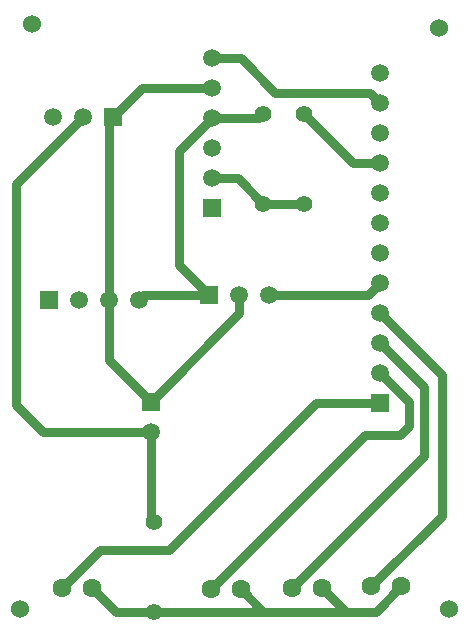
<source format=gbl>
G04 Layer_Physical_Order=2*
G04 Layer_Color=16711680*
%FSLAX25Y25*%
%MOIN*%
G70*
G01*
G75*
%ADD10C,0.03000*%
%ADD11C,0.06000*%
%ADD12R,0.05905X0.05905*%
%ADD13C,0.05905*%
%ADD14R,0.05905X0.05905*%
%ADD15C,0.05512*%
%ADD16C,0.06299*%
D10*
X60500Y122500D02*
X70500Y112500D01*
X60500Y122500D02*
Y160500D01*
X71500Y171500D01*
X123500Y112500D02*
X127500Y116500D01*
X90500Y112500D02*
X123500D01*
X48500D02*
X70500D01*
X47000Y111000D02*
X48500Y112500D01*
X71500Y151500D02*
X80000D01*
X88500Y143000D01*
X124000Y180000D02*
X127500Y176500D01*
X92500Y180000D02*
X124000D01*
X81000Y191500D02*
X92500Y180000D01*
X71500Y191500D02*
X81000D01*
X118500Y156500D02*
X127500D01*
X102000Y173000D02*
X118500Y156500D01*
X88500Y143000D02*
X102000D01*
X87000Y171500D02*
X88500Y173000D01*
X71500Y171500D02*
X87000D01*
X6000Y149500D02*
X28500Y172000D01*
X6000Y76000D02*
Y149500D01*
Y76000D02*
X15000Y67000D01*
X51000D01*
X48000Y181500D02*
X71500D01*
X38500Y172000D02*
X48000Y181500D01*
X51000Y77000D02*
X80500Y106500D01*
Y112500D01*
X37000Y170500D02*
X38500Y172000D01*
X37000Y111000D02*
Y170500D01*
Y91000D02*
Y111000D01*
Y91000D02*
X51000Y77000D01*
X124500Y15500D02*
X148000Y39000D01*
Y86000D01*
X127500Y106500D02*
X148000Y86000D01*
X127500Y96500D02*
X142000Y82000D01*
Y59000D02*
Y82000D01*
X98000Y15000D02*
X142000Y59000D01*
X127500Y86500D02*
X137000Y77000D01*
Y69000D02*
Y77000D01*
X134000Y66000D02*
X137000Y69000D01*
X122500Y66000D02*
X134000D01*
X71000Y14500D02*
X122500Y66000D01*
X106000Y76500D02*
X127500D01*
X57000Y27500D02*
X106000Y76500D01*
X34000Y27500D02*
X57000D01*
X21500Y15000D02*
X34000Y27500D01*
X116000Y7000D02*
X126000D01*
X88500D02*
X116000D01*
X108000Y15000D02*
X116000Y7000D01*
X52000D02*
X88500D01*
X81000Y14500D02*
X88500Y7000D01*
X126000D02*
X134500Y15500D01*
X39500Y7000D02*
X52000D01*
X31500Y15000D02*
X39500Y7000D01*
X51000Y38000D02*
X52000Y37000D01*
X51000Y38000D02*
Y67000D01*
X108000Y15000D02*
Y15500D01*
X134500D02*
Y17000D01*
D11*
X150500Y8000D02*
D03*
X7500D02*
D03*
X147000Y201500D02*
D03*
X11500Y203000D02*
D03*
D12*
X70500Y112500D02*
D03*
X38500Y172000D02*
D03*
X17000Y111000D02*
D03*
D13*
X80500Y112500D02*
D03*
X90500D02*
D03*
X28500Y172000D02*
D03*
X18500D02*
D03*
X47000Y111000D02*
D03*
X37000D02*
D03*
X27000D02*
D03*
X51000Y67000D02*
D03*
X71500Y151500D02*
D03*
Y161500D02*
D03*
Y171500D02*
D03*
Y181500D02*
D03*
Y191500D02*
D03*
X127500Y186500D02*
D03*
Y176500D02*
D03*
Y166500D02*
D03*
Y156500D02*
D03*
Y146500D02*
D03*
Y136500D02*
D03*
Y126500D02*
D03*
Y116500D02*
D03*
Y106500D02*
D03*
Y96500D02*
D03*
Y86500D02*
D03*
D14*
X51000Y77000D02*
D03*
X71500Y141500D02*
D03*
X127500Y76500D02*
D03*
D15*
X52000Y37000D02*
D03*
Y7000D02*
D03*
X88500Y173000D02*
D03*
Y143000D02*
D03*
X102000D02*
D03*
Y173000D02*
D03*
D16*
X124500Y15500D02*
D03*
X134500D02*
D03*
X98000Y15000D02*
D03*
X108000D02*
D03*
X71000Y14500D02*
D03*
X81000D02*
D03*
X21500Y15000D02*
D03*
X31500D02*
D03*
M02*

</source>
